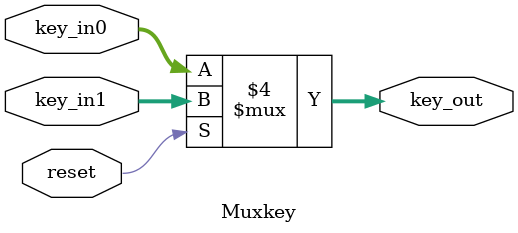
<source format=v>
`timescale 1ns / 1ps


module Muxkey(
    input [79:0] key_in0,
    input [79:0] key_in1,
    input reset,
    output reg [79:0] key_out
    );
 always @(key_in0 or key_in1 or reset)
 if (reset== 0)
 key_out = key_in0;
 else key_out = key_in1;
endmodule


</source>
